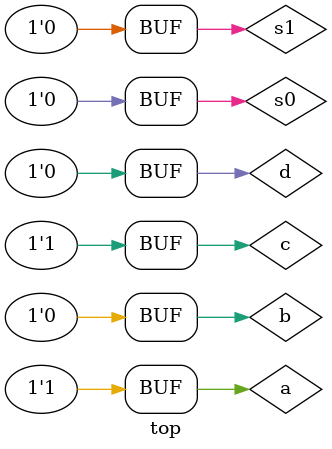
<source format=sv>
module top;

wire  out;
reg  a;
reg  b;
reg  c;
reg  d;
reg s0, s1;

mux4x1 name(.out(out), .a(a), .b(b), .c(c), .d(d), .s0(s0), .s1(s1));
 initial
 begin
    $dumpfile("dump.vcd");
    $dumpvars(1);

 	a=1'b1; b=1'b0; c=1'b1; d=1'b0;
 	s0=1'b0; s1=1'b0;
//  	#480 $finish;


   #20; 
    s0=0;
    s1=0;
   #20; 
    s0=1;
    s1=0;
   #20; 
    s0=0;
    s1=1;
   #20; 
    s0=1;
    s1=1;
   #20; 
    s0=0;
    s1=0;

end
always@(a or b or c or d or s0 or s1) 
  $monitor("At time = %t, Output = %d, S1 = %d, S0 = %d", $time, out, s1, s0);
task display;
  #1 $display("out:%0h, s1:%0h, s0:%0h",
      out, s1, s0);
endtask

endmodule


</source>
